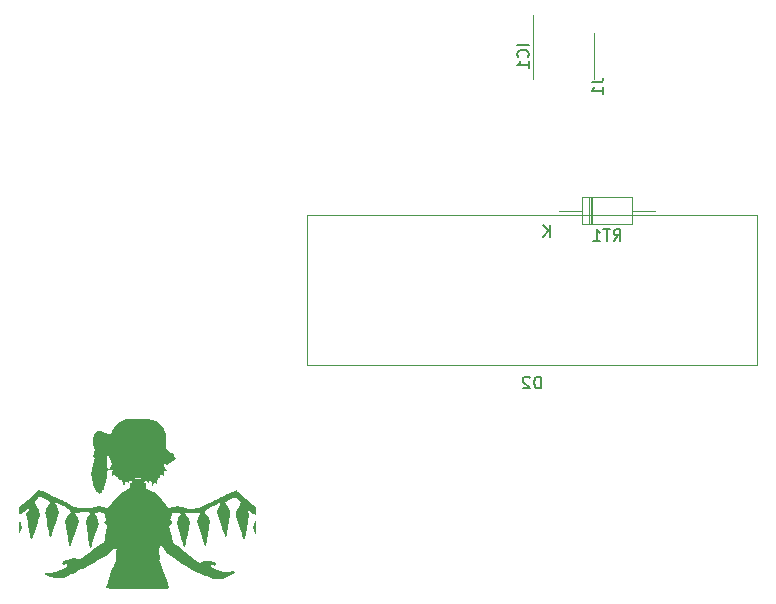
<source format=gbr>
G04 #@! TF.GenerationSoftware,KiCad,Pcbnew,(5.99.0-1941-g4629b701e)*
G04 #@! TF.CreationDate,2020-06-12T19:14:52+08:00*
G04 #@! TF.ProjectId,Keyboar-layout,4b657962-6f61-4722-9d6c-61796f75742e,rev?*
G04 #@! TF.SameCoordinates,Original*
G04 #@! TF.FileFunction,Legend,Bot*
G04 #@! TF.FilePolarity,Positive*
%FSLAX46Y46*%
G04 Gerber Fmt 4.6, Leading zero omitted, Abs format (unit mm)*
G04 Created by KiCad (PCBNEW (5.99.0-1941-g4629b701e)) date 2020-06-12 19:14:52*
%MOMM*%
%LPD*%
G01*
G04 APERTURE LIST*
%ADD10C,0.150000*%
%ADD11C,0.120000*%
G04 APERTURE END LIST*
D10*
X189333095Y-93797380D02*
X189333095Y-92797380D01*
X189095000Y-92797380D01*
X188952142Y-92845000D01*
X188856904Y-92940238D01*
X188809285Y-93035476D01*
X188761666Y-93225952D01*
X188761666Y-93368809D01*
X188809285Y-93559285D01*
X188856904Y-93654523D01*
X188952142Y-93749761D01*
X189095000Y-93797380D01*
X189333095Y-93797380D01*
X188380714Y-92892619D02*
X188333095Y-92845000D01*
X188237857Y-92797380D01*
X187999761Y-92797380D01*
X187904523Y-92845000D01*
X187856904Y-92892619D01*
X187809285Y-92987857D01*
X187809285Y-93083095D01*
X187856904Y-93225952D01*
X188428333Y-93797380D01*
X187809285Y-93797380D01*
X195492619Y-81312380D02*
X195825952Y-80836190D01*
X196064047Y-81312380D02*
X196064047Y-80312380D01*
X195683095Y-80312380D01*
X195587857Y-80360000D01*
X195540238Y-80407619D01*
X195492619Y-80502857D01*
X195492619Y-80645714D01*
X195540238Y-80740952D01*
X195587857Y-80788571D01*
X195683095Y-80836190D01*
X196064047Y-80836190D01*
X195206904Y-80312380D02*
X194635476Y-80312380D01*
X194921190Y-81312380D02*
X194921190Y-80312380D01*
X193778333Y-81312380D02*
X194349761Y-81312380D01*
X194064047Y-81312380D02*
X194064047Y-80312380D01*
X194159285Y-80455238D01*
X194254523Y-80550476D01*
X194349761Y-80598095D01*
X190126904Y-80992380D02*
X190126904Y-79992380D01*
X189555476Y-80992380D02*
X189984047Y-80420952D01*
X189555476Y-79992380D02*
X190126904Y-80563809D01*
X188314380Y-64682809D02*
X187314380Y-64682809D01*
X188219142Y-65730428D02*
X188266761Y-65682809D01*
X188314380Y-65539952D01*
X188314380Y-65444714D01*
X188266761Y-65301857D01*
X188171523Y-65206619D01*
X188076285Y-65159000D01*
X187885809Y-65111380D01*
X187742952Y-65111380D01*
X187552476Y-65159000D01*
X187457238Y-65206619D01*
X187362000Y-65301857D01*
X187314380Y-65444714D01*
X187314380Y-65539952D01*
X187362000Y-65682809D01*
X187409619Y-65730428D01*
X188314380Y-66682809D02*
X188314380Y-66111380D01*
X188314380Y-66397095D02*
X187314380Y-66397095D01*
X187457238Y-66301857D01*
X187552476Y-66206619D01*
X187600095Y-66111380D01*
X193635380Y-67865666D02*
X194349666Y-67865666D01*
X194492523Y-67818047D01*
X194587761Y-67722809D01*
X194635380Y-67579952D01*
X194635380Y-67484714D01*
X194635380Y-68865666D02*
X194635380Y-68294238D01*
X194635380Y-68579952D02*
X193635380Y-68579952D01*
X193778238Y-68484714D01*
X193873476Y-68389476D01*
X193921095Y-68294238D01*
G36*
X156868392Y-101626818D02*
G01*
X156856741Y-101728097D01*
X156841252Y-101838884D01*
X156827006Y-101882582D01*
X156809357Y-101869166D01*
X156783653Y-101808608D01*
X156743198Y-101732352D01*
X156682688Y-101684005D01*
X156632000Y-101701776D01*
X156608675Y-101787754D01*
X156605288Y-101895499D01*
X156547995Y-101770376D01*
X156545828Y-101765645D01*
X156513960Y-101700360D01*
X156497073Y-101690562D01*
X156489651Y-101745555D01*
X156486177Y-101874645D01*
X156478957Y-101987139D01*
X156462427Y-102033788D01*
X156438925Y-102003454D01*
X156410561Y-101899114D01*
X156379440Y-101723749D01*
X156366041Y-101649951D01*
X156345186Y-101580984D01*
X156328770Y-101578578D01*
X156326780Y-101583962D01*
X156299293Y-101598838D01*
X156280314Y-101572264D01*
X156574512Y-101572264D01*
X156576045Y-101591941D01*
X156612063Y-101624399D01*
X156619572Y-101621793D01*
X156642477Y-101568467D01*
X156649613Y-101467995D01*
X156649237Y-101454373D01*
X156644384Y-101368303D01*
X156633693Y-101357826D01*
X156632069Y-101362181D01*
X156612063Y-101415860D01*
X156589830Y-101494312D01*
X156574512Y-101572264D01*
X156280314Y-101572264D01*
X156255034Y-101536870D01*
X156226775Y-101489216D01*
X156205660Y-101481847D01*
X156189566Y-101535485D01*
X156171113Y-101661049D01*
X156154648Y-101775320D01*
X156138585Y-101837417D01*
X156118235Y-101837360D01*
X156086109Y-101786173D01*
X156050510Y-101705502D01*
X156029633Y-101613972D01*
X156027654Y-101582649D01*
X156008498Y-101547140D01*
X155956258Y-101562049D01*
X155855291Y-101628694D01*
X155833974Y-101644543D01*
X155759830Y-101723688D01*
X155760299Y-101783169D01*
X155836126Y-101815737D01*
X155875641Y-101823107D01*
X155927975Y-101852606D01*
X155937931Y-101917825D01*
X155912851Y-102040247D01*
X155903924Y-102076318D01*
X155889495Y-102171400D01*
X155911865Y-102230184D01*
X155980386Y-102286813D01*
X156041106Y-102324492D01*
X156173031Y-102393525D01*
X156320109Y-102460227D01*
X156595457Y-102592426D01*
X156841423Y-102757993D01*
X157061178Y-102967414D01*
X157277604Y-103239307D01*
X157364633Y-103359421D01*
X157490226Y-103529872D01*
X157601112Y-103677232D01*
X157680516Y-103779027D01*
X157810545Y-103939177D01*
X158181008Y-103845659D01*
X158338620Y-103807022D01*
X158469579Y-103781140D01*
X158566702Y-103774916D01*
X158655131Y-103787077D01*
X158760010Y-103816351D01*
X158941985Y-103870022D01*
X159269542Y-103949992D01*
X159567294Y-103993901D01*
X159848884Y-103999556D01*
X160127953Y-103964764D01*
X160418143Y-103887333D01*
X160733098Y-103765070D01*
X161086458Y-103595783D01*
X161491866Y-103377278D01*
X161496422Y-103374734D01*
X161710911Y-103261065D01*
X161969966Y-103132761D01*
X162241356Y-103005370D01*
X162492851Y-102894438D01*
X162543175Y-102873101D01*
X162768604Y-102775924D01*
X162983832Y-102680832D01*
X163166572Y-102597772D01*
X163294535Y-102536689D01*
X163411950Y-102480477D01*
X163520392Y-102434493D01*
X163579834Y-102416845D01*
X163582511Y-102417417D01*
X163633016Y-102452788D01*
X163731578Y-102536711D01*
X163868342Y-102660308D01*
X164033456Y-102814700D01*
X164217066Y-102991009D01*
X164412235Y-103178193D01*
X164602831Y-103356292D01*
X164774152Y-103511865D01*
X164912891Y-103632833D01*
X165005741Y-103707111D01*
X165203852Y-103849048D01*
X165203852Y-104552130D01*
X165077737Y-104472280D01*
X165064925Y-104463979D01*
X164962595Y-104391940D01*
X164826168Y-104289906D01*
X164681514Y-104177147D01*
X164635032Y-104140419D01*
X164520782Y-104053255D01*
X164441246Y-103997259D01*
X164411406Y-103983189D01*
X164420365Y-104009491D01*
X164458236Y-104093375D01*
X164515675Y-104210277D01*
X164553664Y-104292441D01*
X164601319Y-104424220D01*
X164619944Y-104520211D01*
X164618856Y-104543563D01*
X164606538Y-104651418D01*
X164582507Y-104815968D01*
X164549270Y-105023310D01*
X164509337Y-105259541D01*
X164465216Y-105510757D01*
X164419415Y-105763055D01*
X164374442Y-106002533D01*
X164332805Y-106215287D01*
X164297013Y-106387413D01*
X164269575Y-106505008D01*
X164252997Y-106554170D01*
X164228700Y-106566267D01*
X164173708Y-106537250D01*
X164162100Y-106516228D01*
X164123004Y-106422496D01*
X164065695Y-106270104D01*
X163994798Y-106072763D01*
X163914938Y-105844178D01*
X163830739Y-105598059D01*
X163746826Y-105348112D01*
X163667824Y-105108047D01*
X163598357Y-104891571D01*
X163543049Y-104712392D01*
X163506526Y-104584218D01*
X163493411Y-104520757D01*
X163494175Y-104502993D01*
X163517334Y-104379918D01*
X163564856Y-104225197D01*
X163626025Y-104067075D01*
X163690129Y-103933799D01*
X163746453Y-103853616D01*
X163797959Y-103787713D01*
X163827498Y-103696178D01*
X163840928Y-103631130D01*
X163894945Y-103537555D01*
X163918330Y-103509556D01*
X163935077Y-103462507D01*
X163909918Y-103402669D01*
X163836534Y-103304878D01*
X163803486Y-103264331D01*
X163698373Y-103144127D01*
X163606170Y-103049294D01*
X163501663Y-102951858D01*
X163059819Y-103171493D01*
X162891132Y-103259294D01*
X162749219Y-103340951D01*
X162653246Y-103405205D01*
X162617974Y-103442986D01*
X162618750Y-103450411D01*
X162651215Y-103521439D01*
X162716647Y-103612742D01*
X162743457Y-103646278D01*
X162852017Y-103811612D01*
X162945253Y-103996483D01*
X163010489Y-104173004D01*
X163035051Y-104313289D01*
X163030739Y-104373993D01*
X163014631Y-104509939D01*
X162988837Y-104698818D01*
X162955738Y-104925573D01*
X162917715Y-105175146D01*
X162877150Y-105432481D01*
X162836424Y-105682519D01*
X162797918Y-105910203D01*
X162764012Y-106100475D01*
X162737088Y-106238278D01*
X162719528Y-106308553D01*
X162711137Y-106329774D01*
X162690771Y-106370502D01*
X162669304Y-106386681D01*
X162643558Y-106371495D01*
X162610355Y-106318125D01*
X162566514Y-106219756D01*
X162508858Y-106069571D01*
X162434208Y-105860752D01*
X162339384Y-105586483D01*
X162221207Y-105239948D01*
X161900787Y-104297765D01*
X161993672Y-104014202D01*
X161994379Y-104012048D01*
X162048811Y-103861029D01*
X162102431Y-103736343D01*
X162143728Y-103664793D01*
X162190402Y-103592617D01*
X162190187Y-103526523D01*
X162126051Y-103501246D01*
X162075522Y-103511676D01*
X161956237Y-103557226D01*
X161797349Y-103630345D01*
X161617263Y-103721603D01*
X161434379Y-103821565D01*
X161267100Y-103920798D01*
X161133828Y-104009870D01*
X161022249Y-104102624D01*
X160932860Y-104221282D01*
X160925144Y-104324361D01*
X160998998Y-104412168D01*
X161005874Y-104417545D01*
X161068172Y-104493220D01*
X161144911Y-104618488D01*
X161221080Y-104769211D01*
X161356116Y-105065285D01*
X161184071Y-106094176D01*
X161145767Y-106319238D01*
X161099146Y-106582332D01*
X161056890Y-106809117D01*
X161021226Y-106988084D01*
X160994379Y-107107720D01*
X160978578Y-107156515D01*
X160971050Y-107163037D01*
X160951000Y-107167536D01*
X160927653Y-107147827D01*
X160897787Y-107096038D01*
X160858178Y-107004299D01*
X160805602Y-106864739D01*
X160736834Y-106669487D01*
X160648652Y-106410672D01*
X160537832Y-106080423D01*
X160207948Y-105093590D01*
X160310874Y-104787940D01*
X160319761Y-104761808D01*
X160374101Y-104612018D01*
X160422139Y-104494722D01*
X160454366Y-104433413D01*
X160456601Y-104430686D01*
X160474787Y-104398748D01*
X160462795Y-104374925D01*
X160409990Y-104356953D01*
X160305737Y-104342568D01*
X160139400Y-104329506D01*
X159900344Y-104315506D01*
X159685688Y-104305986D01*
X159488459Y-104304426D01*
X159356394Y-104314398D01*
X159279818Y-104336224D01*
X159187266Y-104385756D01*
X159290312Y-104481305D01*
X159357275Y-104565838D01*
X159437304Y-104700674D01*
X159511548Y-104854947D01*
X159629739Y-105133040D01*
X159428773Y-106141855D01*
X159366343Y-106451462D01*
X159307519Y-106731111D01*
X159259374Y-106941532D01*
X159219801Y-107089575D01*
X159186695Y-107182089D01*
X159157952Y-107225926D01*
X159131466Y-107227935D01*
X159105132Y-107194966D01*
X159092253Y-107162777D01*
X159056631Y-107056745D01*
X159004047Y-106890716D01*
X158938175Y-106676525D01*
X158862686Y-106426009D01*
X158781252Y-106151006D01*
X158493885Y-105172292D01*
X158590911Y-104876073D01*
X158593631Y-104867843D01*
X158654603Y-104709999D01*
X158721237Y-104576139D01*
X158779586Y-104494470D01*
X158780022Y-104494063D01*
X158836013Y-104414259D01*
X158815029Y-104355134D01*
X158721299Y-104318354D01*
X158559048Y-104305581D01*
X158332506Y-104318481D01*
X158071833Y-104345118D01*
X158071833Y-104482856D01*
X158071832Y-104483304D01*
X158050314Y-104618883D01*
X157998844Y-104751528D01*
X157982659Y-104780750D01*
X157949648Y-104857583D01*
X157966587Y-104909815D01*
X158040552Y-104975440D01*
X158116819Y-105046132D01*
X158146931Y-105115955D01*
X158110309Y-105189892D01*
X158004698Y-105287578D01*
X157854148Y-105411674D01*
X157962266Y-105776275D01*
X157969687Y-105801723D01*
X158028477Y-106029143D01*
X158082029Y-106275730D01*
X158119561Y-106492402D01*
X158168738Y-106843929D01*
X158380958Y-106979708D01*
X158449862Y-107027332D01*
X158584559Y-107126857D01*
X158763270Y-107263052D01*
X158974552Y-107427092D01*
X159206959Y-107610151D01*
X159449047Y-107803403D01*
X159661067Y-107973213D01*
X159878457Y-108145996D01*
X160069200Y-108296212D01*
X160223743Y-108416387D01*
X160332538Y-108499046D01*
X160386033Y-108536715D01*
X160423366Y-108552649D01*
X160505640Y-108551346D01*
X160623331Y-108502434D01*
X160645501Y-108491660D01*
X160766308Y-108450869D01*
X160921361Y-108429157D01*
X161134844Y-108422757D01*
X161369245Y-108434049D01*
X161574940Y-108468028D01*
X161729534Y-108520775D01*
X161824962Y-108588334D01*
X161853158Y-108666747D01*
X161806056Y-108752057D01*
X161775519Y-108778135D01*
X161710992Y-108794702D01*
X161610727Y-108766822D01*
X161507544Y-108737726D01*
X161432088Y-108751249D01*
X161408450Y-108821441D01*
X161438462Y-108905295D01*
X161537038Y-108990827D01*
X161709072Y-109077216D01*
X161959398Y-109167500D01*
X162167004Y-109229324D01*
X162515049Y-109305754D01*
X162812863Y-109330309D01*
X163069412Y-109304091D01*
X163102942Y-109297269D01*
X163268379Y-109278282D01*
X163373564Y-109294737D01*
X163410421Y-109345648D01*
X163404404Y-109363228D01*
X163343570Y-109426671D01*
X163230880Y-109509887D01*
X163083292Y-109601979D01*
X162917763Y-109692053D01*
X162751251Y-109769210D01*
X162555643Y-109837361D01*
X162303910Y-109897603D01*
X162051026Y-109933871D01*
X161822691Y-109942653D01*
X161644600Y-109920439D01*
X161576963Y-109899249D01*
X161431329Y-109846599D01*
X161250624Y-109776162D01*
X161059224Y-109697231D01*
X160941593Y-109648018D01*
X160726264Y-109560889D01*
X160523713Y-109482178D01*
X160365757Y-109424400D01*
X160307460Y-109403265D01*
X160164178Y-109343068D01*
X160001184Y-109262768D01*
X159810437Y-109157652D01*
X159583898Y-109023008D01*
X159313527Y-108854124D01*
X158991282Y-108646286D01*
X158609124Y-108394783D01*
X158589193Y-108381561D01*
X158263453Y-108160757D01*
X158001098Y-107971410D01*
X157793019Y-107805074D01*
X157630103Y-107653304D01*
X157503241Y-107507655D01*
X157403321Y-107359680D01*
X157321233Y-107200935D01*
X157296343Y-107146661D01*
X157242754Y-107036557D01*
X157209151Y-106989666D01*
X157185422Y-106996208D01*
X157161454Y-107046402D01*
X157158817Y-107052991D01*
X157112061Y-107167970D01*
X157058827Y-107296648D01*
X157047909Y-107324363D01*
X157025302Y-107408487D01*
X157017902Y-107510058D01*
X157025245Y-107650682D01*
X157046864Y-107851964D01*
X157059232Y-107966598D01*
X157070999Y-108122850D01*
X157072796Y-108233920D01*
X157063881Y-108281085D01*
X157060185Y-108283879D01*
X157046405Y-108349039D01*
X157071568Y-108476430D01*
X157133178Y-108656961D01*
X157228738Y-108881542D01*
X157245800Y-108918933D01*
X157452696Y-109405069D01*
X157627395Y-109878050D01*
X157760173Y-110311702D01*
X157785882Y-110408648D01*
X157825594Y-110562978D01*
X157852965Y-110675591D01*
X157863189Y-110727108D01*
X157859590Y-110728737D01*
X157795773Y-110734088D01*
X157657581Y-110739116D01*
X157451993Y-110743738D01*
X157185988Y-110747874D01*
X156866547Y-110751441D01*
X156500648Y-110754358D01*
X156095271Y-110756543D01*
X155657395Y-110757914D01*
X155194000Y-110758389D01*
X155054973Y-110758342D01*
X154598380Y-110757518D01*
X154169365Y-110755733D01*
X153774906Y-110753078D01*
X153421983Y-110749642D01*
X153117576Y-110745516D01*
X152868665Y-110740790D01*
X152682230Y-110735555D01*
X152565251Y-110729899D01*
X152524706Y-110723914D01*
X152531927Y-110686618D01*
X152557864Y-110582400D01*
X152598234Y-110430561D01*
X152648369Y-110249038D01*
X152697334Y-110080680D01*
X152827660Y-109686038D01*
X152982713Y-109290362D01*
X153174998Y-108860688D01*
X153237020Y-108722780D01*
X153296724Y-108558742D01*
X153328193Y-108407666D01*
X153340550Y-108235072D01*
X153350609Y-108052114D01*
X153370484Y-107825059D01*
X153395360Y-107615204D01*
X153396679Y-107605719D01*
X153415384Y-107432229D01*
X153418990Y-107305275D01*
X153408732Y-107233922D01*
X153385849Y-107227235D01*
X153351575Y-107294278D01*
X153337423Y-107329261D01*
X153302822Y-107364538D01*
X153247392Y-107332690D01*
X153199401Y-107302829D01*
X153162980Y-107321741D01*
X153113149Y-107420240D01*
X152980293Y-107580543D01*
X152781376Y-107758438D01*
X152523687Y-107947622D01*
X152214516Y-108141792D01*
X151857561Y-108349759D01*
X151489433Y-108561521D01*
X151181030Y-108735308D01*
X150926285Y-108874422D01*
X150719131Y-108982166D01*
X150553502Y-109061840D01*
X150423333Y-109116747D01*
X150270096Y-109183101D01*
X150071412Y-109280538D01*
X149853254Y-109395839D01*
X149641322Y-109515885D01*
X149596977Y-109541859D01*
X149338315Y-109683621D01*
X149118139Y-109781354D01*
X148913417Y-109842178D01*
X148701116Y-109873211D01*
X148458204Y-109881572D01*
X148344143Y-109875718D01*
X148147064Y-109846256D01*
X147941967Y-109797015D01*
X147743885Y-109733670D01*
X147567853Y-109661899D01*
X147428904Y-109587376D01*
X147342071Y-109515777D01*
X147322390Y-109452778D01*
X147365426Y-109426283D01*
X147489600Y-109406188D01*
X147691454Y-109396501D01*
X147723952Y-109395724D01*
X147916819Y-109384667D01*
X148096736Y-109365005D01*
X148228475Y-109340417D01*
X148294199Y-109320437D01*
X148465097Y-109254802D01*
X148654676Y-109168198D01*
X148843652Y-109070867D01*
X149012741Y-108973051D01*
X149142658Y-108884993D01*
X149214119Y-108816934D01*
X149253359Y-108738346D01*
X149246749Y-108669266D01*
X149175851Y-108647495D01*
X149045845Y-108677332D01*
X148949892Y-108706943D01*
X148882497Y-108704460D01*
X148825085Y-108661536D01*
X148782958Y-108609974D01*
X148789022Y-108562560D01*
X148850469Y-108489531D01*
X148897274Y-108444018D01*
X148981673Y-108384425D01*
X149093502Y-108334949D01*
X149251120Y-108288126D01*
X149472885Y-108236490D01*
X149532772Y-108223905D01*
X149711881Y-108195782D01*
X149864090Y-108193523D01*
X150029909Y-108215608D01*
X150085700Y-108225779D01*
X150165722Y-108237530D01*
X150236788Y-108237726D01*
X150309802Y-108220992D01*
X150395670Y-108181955D01*
X150505298Y-108115239D01*
X150649591Y-108015472D01*
X150839453Y-107877280D01*
X151085790Y-107695288D01*
X151340910Y-107509206D01*
X151613088Y-107315594D01*
X151871822Y-107136191D01*
X152099530Y-106983182D01*
X152278630Y-106868750D01*
X152284004Y-106865428D01*
X152339567Y-106821179D01*
X152373942Y-106759715D01*
X152394947Y-106658978D01*
X152410396Y-106496913D01*
X152414109Y-106455783D01*
X152440480Y-106263564D01*
X152481535Y-106037702D01*
X152531132Y-105807316D01*
X152583126Y-105601523D01*
X152631376Y-105449439D01*
X152633111Y-105443736D01*
X152606877Y-105378405D01*
X152506202Y-105301590D01*
X152503074Y-105299733D01*
X152396433Y-105213786D01*
X152357875Y-105129254D01*
X152365289Y-105079451D01*
X152396528Y-105044432D01*
X152399036Y-105044198D01*
X152443858Y-105005845D01*
X152496374Y-104921769D01*
X152530460Y-104844019D01*
X152529222Y-104784990D01*
X152478575Y-104727620D01*
X152426542Y-104651144D01*
X152399583Y-104500980D01*
X152392199Y-104397614D01*
X152355766Y-104346206D01*
X152269247Y-104319760D01*
X152204735Y-104310211D01*
X152058414Y-104298333D01*
X151898984Y-104293693D01*
X151887757Y-104293729D01*
X151715380Y-104307546D01*
X151616321Y-104344869D01*
X151593342Y-104403616D01*
X151649209Y-104481708D01*
X151673130Y-104511431D01*
X151728986Y-104617172D01*
X151789069Y-104763732D01*
X151843819Y-104924366D01*
X151883680Y-105072328D01*
X151899091Y-105180874D01*
X151899082Y-105181349D01*
X151886525Y-105238123D01*
X151852860Y-105360827D01*
X151802144Y-105536237D01*
X151738433Y-105751128D01*
X151665783Y-105992276D01*
X151588251Y-106246456D01*
X151509893Y-106500444D01*
X151434765Y-106741015D01*
X151366923Y-106954945D01*
X151310424Y-107129010D01*
X151269323Y-107249986D01*
X151247678Y-107304647D01*
X151236619Y-107319364D01*
X151209473Y-107326105D01*
X151180773Y-107286682D01*
X151148950Y-107195008D01*
X151112436Y-107044993D01*
X151069664Y-106830550D01*
X151019066Y-106545591D01*
X150959074Y-106184028D01*
X150785080Y-105111714D01*
X150922731Y-104809659D01*
X150936835Y-104779400D01*
X151013725Y-104633790D01*
X151087715Y-104520731D01*
X151144521Y-104462573D01*
X151191789Y-104423402D01*
X151204898Y-104355618D01*
X151198703Y-104344336D01*
X151159564Y-104319504D01*
X151077906Y-104303975D01*
X150940130Y-104295966D01*
X150732633Y-104293693D01*
X150602925Y-104294707D01*
X150395737Y-104300078D01*
X150215099Y-104309028D01*
X150089440Y-104320378D01*
X150022529Y-104330103D01*
X149943986Y-104348492D01*
X149927355Y-104374178D01*
X149958584Y-104417602D01*
X149960281Y-104419539D01*
X150005979Y-104496300D01*
X150063591Y-104624760D01*
X150121071Y-104778185D01*
X150219721Y-105068230D01*
X149887181Y-106088597D01*
X149808396Y-106327362D01*
X149720611Y-106586249D01*
X149641904Y-106810826D01*
X149576328Y-106989799D01*
X149527934Y-107111871D01*
X149500775Y-107165749D01*
X149498637Y-107167989D01*
X149476035Y-107187587D01*
X149456181Y-107189740D01*
X149437144Y-107166325D01*
X149416997Y-107109216D01*
X149393810Y-107010287D01*
X149365655Y-106861413D01*
X149330603Y-106654470D01*
X149286725Y-106381331D01*
X149232093Y-106033872D01*
X149073890Y-105023578D01*
X149214693Y-104722510D01*
X149229280Y-104691994D01*
X149307392Y-104547078D01*
X149381968Y-104434664D01*
X149438623Y-104376954D01*
X149488187Y-104331918D01*
X149521751Y-104232312D01*
X149521397Y-104222948D01*
X149501442Y-104165107D01*
X149442765Y-104098146D01*
X149334081Y-104011396D01*
X149164106Y-103894190D01*
X149132364Y-103873291D01*
X148929739Y-103748832D01*
X148725678Y-103636680D01*
X148537788Y-103545482D01*
X148383676Y-103483883D01*
X148280946Y-103460528D01*
X148280408Y-103460520D01*
X148235574Y-103488719D01*
X148236826Y-103552845D01*
X148283611Y-103619928D01*
X148289077Y-103625439D01*
X148330273Y-103697237D01*
X148382501Y-103821846D01*
X148435819Y-103976004D01*
X148533227Y-104286600D01*
X148254204Y-105155581D01*
X148204737Y-105309493D01*
X148102594Y-105625706D01*
X148021380Y-105873725D01*
X147958187Y-106061572D01*
X147910107Y-106197272D01*
X147874231Y-106288848D01*
X147847651Y-106344325D01*
X147827459Y-106371728D01*
X147810746Y-106379078D01*
X147809489Y-106379069D01*
X147786543Y-106373110D01*
X147765638Y-106349836D01*
X147744549Y-106299961D01*
X147721050Y-106214200D01*
X147692915Y-106083268D01*
X147657919Y-105897882D01*
X147613835Y-105648755D01*
X147558438Y-105326604D01*
X147529122Y-105155898D01*
X147483469Y-104893797D01*
X147442863Y-104665174D01*
X147409507Y-104482224D01*
X147385604Y-104357140D01*
X147373356Y-104302118D01*
X147377264Y-104260149D01*
X147412279Y-104157891D01*
X147471591Y-104020989D01*
X147544889Y-103870393D01*
X147621858Y-103727054D01*
X147692188Y-103611922D01*
X147745565Y-103545948D01*
X147783467Y-103509759D01*
X147811530Y-103451697D01*
X147788794Y-103391228D01*
X147708582Y-103321250D01*
X147564212Y-103234662D01*
X147349006Y-103124363D01*
X146886278Y-102896484D01*
X146741816Y-103063315D01*
X146721606Y-103086691D01*
X146599885Y-103231161D01*
X146526925Y-103330082D01*
X146495923Y-103397442D01*
X146500073Y-103447228D01*
X146532572Y-103493426D01*
X146566768Y-103549765D01*
X146575846Y-103655617D01*
X146574006Y-103722590D01*
X146636109Y-103789021D01*
X146678170Y-103831947D01*
X146742838Y-103938436D01*
X146811481Y-104081083D01*
X146873561Y-104235516D01*
X146918538Y-104377360D01*
X146935872Y-104482243D01*
X146932894Y-104504538D01*
X146908100Y-104603416D01*
X146861994Y-104760645D01*
X146799192Y-104962456D01*
X146724309Y-105195079D01*
X146641962Y-105444744D01*
X146556766Y-105697681D01*
X146473337Y-105940119D01*
X146396292Y-106158289D01*
X146330245Y-106338420D01*
X146279813Y-106466743D01*
X146249613Y-106529486D01*
X146205945Y-106573358D01*
X146163369Y-106579756D01*
X146157898Y-106570389D01*
X146135128Y-106495455D01*
X146106319Y-106366415D01*
X146076382Y-106204452D01*
X146061841Y-106118877D01*
X146027544Y-105919758D01*
X145985023Y-105675188D01*
X145938319Y-105408373D01*
X145891473Y-105142519D01*
X145764968Y-104427306D01*
X145922041Y-104141534D01*
X145970021Y-104053720D01*
X146023801Y-103950137D01*
X146040408Y-103903270D01*
X146022350Y-103902992D01*
X145972134Y-103939177D01*
X145754282Y-104109206D01*
X145556387Y-104261854D01*
X145410418Y-104368289D01*
X145308519Y-104430709D01*
X145242837Y-104451316D01*
X145205517Y-104432310D01*
X145188705Y-104375890D01*
X145184546Y-104284257D01*
X145185187Y-104159610D01*
X145186226Y-103814054D01*
X145463790Y-103605515D01*
X145536809Y-103548003D01*
X145691081Y-103417929D01*
X145876788Y-103254078D01*
X146076756Y-103071703D01*
X146273814Y-102886057D01*
X146425541Y-102742220D01*
X146584534Y-102595612D01*
X146715512Y-102479344D01*
X146807935Y-102402744D01*
X146851260Y-102375138D01*
X146855262Y-102375505D01*
X146920846Y-102397651D01*
X147035368Y-102447283D01*
X147176733Y-102514912D01*
X147322149Y-102584593D01*
X147522105Y-102676350D01*
X147746677Y-102776503D01*
X147969287Y-102873043D01*
X147981758Y-102878382D01*
X148223381Y-102987718D01*
X148501324Y-103122176D01*
X148782203Y-103265204D01*
X149032635Y-103400252D01*
X149124966Y-103451795D01*
X149411290Y-103607756D01*
X149645906Y-103726541D01*
X149843735Y-103813502D01*
X150019697Y-103873993D01*
X150188710Y-103913364D01*
X150365695Y-103936968D01*
X150565571Y-103950157D01*
X150711055Y-103955459D01*
X150896666Y-103954662D01*
X151063478Y-103939880D01*
X151244348Y-103907644D01*
X151472132Y-103854487D01*
X151939635Y-103738996D01*
X152242598Y-103828791D01*
X152262693Y-103834705D01*
X152416458Y-103877169D01*
X152541409Y-103907141D01*
X152612137Y-103918455D01*
X152620078Y-103916419D01*
X152679844Y-103870448D01*
X152775570Y-103773101D01*
X152895834Y-103636576D01*
X153029214Y-103473071D01*
X153218394Y-103233825D01*
X153369507Y-103047815D01*
X153492579Y-102906378D01*
X153599227Y-102798828D01*
X153701068Y-102714482D01*
X153809719Y-102642654D01*
X153936797Y-102572660D01*
X154093919Y-102493816D01*
X154251142Y-102414250D01*
X154403791Y-102332557D01*
X154514949Y-102267990D01*
X154567724Y-102229956D01*
X154588225Y-102171087D01*
X154564105Y-102047128D01*
X154549674Y-102000285D01*
X154537217Y-101881348D01*
X154572452Y-101815203D01*
X154651595Y-101812018D01*
X154698022Y-101819673D01*
X154739634Y-101795006D01*
X154735522Y-101740735D01*
X154690677Y-101678677D01*
X154610092Y-101630648D01*
X154531858Y-101607444D01*
X154492641Y-101619314D01*
X154484969Y-101682179D01*
X154472499Y-101776454D01*
X154434275Y-101806975D01*
X154375723Y-101759300D01*
X154364598Y-101744954D01*
X154328680Y-101712968D01*
X154317795Y-101749522D01*
X154316136Y-101758623D01*
X154290126Y-101752752D01*
X154243480Y-101686960D01*
X154172161Y-101561837D01*
X154156040Y-101791230D01*
X154139920Y-102020622D01*
X154086257Y-101853791D01*
X154032595Y-101686960D01*
X154026097Y-101853791D01*
X154024960Y-101881405D01*
X154018538Y-101964344D01*
X154006479Y-101973376D01*
X153983430Y-101916353D01*
X153975782Y-101893478D01*
X153939271Y-101772506D01*
X153901700Y-101634826D01*
X153879356Y-101558818D01*
X153836756Y-101474178D01*
X153795745Y-101471479D01*
X153757518Y-101551410D01*
X153744482Y-101592024D01*
X153724222Y-101617403D01*
X153698890Y-101569178D01*
X153674195Y-101528098D01*
X153628332Y-101506616D01*
X153619342Y-101506079D01*
X153583252Y-101459795D01*
X153557637Y-101386632D01*
X154884119Y-101386632D01*
X154949630Y-101411020D01*
X155095499Y-101435083D01*
X155266506Y-101442510D01*
X155428295Y-101432406D01*
X155546511Y-101403878D01*
X155552395Y-101401226D01*
X155597095Y-101377478D01*
X155598550Y-101362181D01*
X155546721Y-101353512D01*
X155431565Y-101349648D01*
X155243043Y-101348765D01*
X155134236Y-101349559D01*
X154971753Y-101355892D01*
X154887557Y-101368336D01*
X154884119Y-101386632D01*
X153557637Y-101386632D01*
X153549617Y-101363725D01*
X153525138Y-101287816D01*
X153487472Y-101219787D01*
X153455667Y-101202387D01*
X153442276Y-101249029D01*
X153435542Y-101285500D01*
X153403971Y-101289484D01*
X153359624Y-101238501D01*
X153317153Y-101144760D01*
X153309158Y-101121613D01*
X153270869Y-101034218D01*
X153240930Y-100998903D01*
X153236428Y-101000041D01*
X153191547Y-101041448D01*
X153129468Y-101123906D01*
X153089767Y-101179122D01*
X153028854Y-101239632D01*
X152998108Y-101232204D01*
X153004141Y-101155187D01*
X153011541Y-101122174D01*
X153035810Y-101002968D01*
X153062113Y-100863233D01*
X153097845Y-100665121D01*
X152662070Y-100665121D01*
X152635657Y-100977578D01*
X152613734Y-101153521D01*
X152574885Y-101359674D01*
X152529690Y-101530205D01*
X152479540Y-101692828D01*
X152415616Y-101943213D01*
X152373228Y-102168896D01*
X152357875Y-102343824D01*
X152352082Y-102408268D01*
X152328863Y-102441432D01*
X152297931Y-102415596D01*
X152270250Y-102342627D01*
X152256781Y-102234392D01*
X152248756Y-102132462D01*
X152233013Y-102106747D01*
X152212573Y-102150747D01*
X152190457Y-102257957D01*
X152169686Y-102421876D01*
X152167038Y-102446939D01*
X152148132Y-102576789D01*
X152127317Y-102656171D01*
X152108638Y-102668724D01*
X152068234Y-102626205D01*
X152011537Y-102640040D01*
X151953106Y-102737203D01*
X151902853Y-102854776D01*
X151900972Y-102740080D01*
X151888255Y-102661411D01*
X151857383Y-102625384D01*
X151854273Y-102625012D01*
X151825165Y-102582165D01*
X151810185Y-102489834D01*
X151804694Y-102354284D01*
X151773967Y-102500261D01*
X151767715Y-102528305D01*
X151748288Y-102592295D01*
X151737750Y-102590115D01*
X151712159Y-102518329D01*
X151657736Y-102423284D01*
X151603522Y-102324721D01*
X151528417Y-102142547D01*
X151456322Y-101925654D01*
X151395258Y-101701275D01*
X151353249Y-101496642D01*
X151338316Y-101338988D01*
X151338493Y-101262950D01*
X151333288Y-101178146D01*
X151317269Y-101158054D01*
X151286182Y-101190556D01*
X151261078Y-101223892D01*
X151236187Y-101239908D01*
X151232098Y-101184012D01*
X151237386Y-101127690D01*
X151258905Y-100994979D01*
X151293097Y-100815426D01*
X151335746Y-100608690D01*
X151382640Y-100394434D01*
X151429563Y-100192317D01*
X151472301Y-100022001D01*
X151480754Y-99992743D01*
X152614538Y-99992743D01*
X152616322Y-100183446D01*
X152626667Y-100345131D01*
X152626831Y-100346653D01*
X152645647Y-100485731D01*
X152666329Y-100584114D01*
X152684430Y-100620591D01*
X152768126Y-100596782D01*
X152880856Y-100497416D01*
X152959697Y-100328351D01*
X152972851Y-100283140D01*
X152991400Y-100200790D01*
X152992937Y-100124635D01*
X152974055Y-100033730D01*
X152931349Y-99907129D01*
X152861412Y-99723887D01*
X152808567Y-99594040D01*
X152747850Y-99462133D01*
X152701214Y-99380747D01*
X152675847Y-99363827D01*
X152671325Y-99372730D01*
X152649710Y-99463016D01*
X152632317Y-99610879D01*
X152620231Y-99794671D01*
X152614538Y-99992743D01*
X151480754Y-99992743D01*
X151506641Y-99903146D01*
X151537960Y-99804836D01*
X151551805Y-99727176D01*
X151533426Y-99678068D01*
X151480082Y-99629251D01*
X151448283Y-99601670D01*
X151411443Y-99540404D01*
X151434507Y-99466432D01*
X151451414Y-99428581D01*
X151490661Y-99310404D01*
X151526231Y-99170106D01*
X151547282Y-99048555D01*
X151545312Y-98939474D01*
X151510492Y-98843669D01*
X151484383Y-98783977D01*
X151433455Y-98574416D01*
X151415423Y-98325300D01*
X151429421Y-98063640D01*
X151474582Y-97816448D01*
X151550041Y-97610737D01*
X151568356Y-97578223D01*
X151690800Y-97452548D01*
X151858419Y-97395241D01*
X152066506Y-97408148D01*
X152121417Y-97421656D01*
X152278804Y-97474638D01*
X152407335Y-97535872D01*
X152419533Y-97543019D01*
X152551705Y-97597772D01*
X152678649Y-97620302D01*
X152682208Y-97620321D01*
X152781610Y-97633035D01*
X152837514Y-97662166D01*
X152862831Y-97690007D01*
X152915766Y-97699163D01*
X152941816Y-97651739D01*
X152941817Y-97651686D01*
X152958798Y-97589589D01*
X153003177Y-97477096D01*
X153065361Y-97338523D01*
X153088981Y-97290544D01*
X153290058Y-96986117D01*
X153550845Y-96737873D01*
X153866272Y-96549778D01*
X154231270Y-96425803D01*
X154330481Y-96411192D01*
X154510580Y-96398815D01*
X154743437Y-96391430D01*
X155012570Y-96388792D01*
X155301495Y-96390657D01*
X155593729Y-96396781D01*
X155872788Y-96406919D01*
X156122190Y-96420825D01*
X156325450Y-96438257D01*
X156466086Y-96458968D01*
X156753889Y-96558075D01*
X157025466Y-96732591D01*
X157254088Y-96970423D01*
X157429316Y-97262859D01*
X157448374Y-97305887D01*
X157562881Y-97650393D01*
X157626711Y-98017666D01*
X157636861Y-98380691D01*
X157590332Y-98712453D01*
X157589150Y-98766937D01*
X157635195Y-98884851D01*
X157728498Y-99012750D01*
X157851834Y-99132372D01*
X157987980Y-99225455D01*
X158119710Y-99273737D01*
X158221339Y-99296723D01*
X158269545Y-99336656D01*
X158280371Y-99412756D01*
X158299639Y-99502432D01*
X158363787Y-99601574D01*
X158419564Y-99659215D01*
X158447202Y-99704824D01*
X158442592Y-99713721D01*
X158391051Y-99766245D01*
X158295556Y-99850087D01*
X158172693Y-99951716D01*
X158039050Y-100057603D01*
X157950357Y-100124635D01*
X157911215Y-100154218D01*
X157805773Y-100228030D01*
X157787632Y-100239836D01*
X157712659Y-100281575D01*
X157666399Y-100274897D01*
X157614090Y-100217980D01*
X157542489Y-100129557D01*
X157469271Y-100215069D01*
X157456810Y-100230667D01*
X157424229Y-100307766D01*
X157440922Y-100397807D01*
X157511961Y-100514115D01*
X157642414Y-100670012D01*
X157721105Y-100759373D01*
X157760200Y-100813379D01*
X157750534Y-100828915D01*
X157696463Y-100817902D01*
X157673427Y-100811615D01*
X157528033Y-100772040D01*
X157445539Y-100758474D01*
X157409305Y-100778607D01*
X157402691Y-100840130D01*
X157409057Y-100950733D01*
X157412003Y-101092269D01*
X157399720Y-101172816D01*
X157369842Y-101175635D01*
X157321060Y-101102989D01*
X157274400Y-101031459D01*
X157234762Y-100998783D01*
X157219960Y-101009783D01*
X157177596Y-101077440D01*
X157127114Y-101186311D01*
X157086086Y-101276893D01*
X157034708Y-101357403D01*
X157000108Y-101367624D01*
X156987432Y-101303249D01*
X156980267Y-101263636D01*
X156945390Y-101274388D01*
X156942513Y-101277874D01*
X156917155Y-101346419D01*
X156891283Y-101467995D01*
X156890686Y-101470801D01*
X156868392Y-101626818D01*
G37*
G36*
X165199440Y-105586632D02*
G01*
X165200949Y-106233101D01*
X164979819Y-105588255D01*
X165088875Y-105264209D01*
X165197931Y-104940162D01*
X165199440Y-105586632D01*
G37*
G36*
X145301116Y-105244241D02*
G01*
X145342939Y-105383117D01*
X145368730Y-105509300D01*
X145366744Y-105620355D01*
X145335773Y-105747086D01*
X145274608Y-105920294D01*
X145205002Y-106107978D01*
X145192711Y-105828276D01*
X145188568Y-105674242D01*
X145188056Y-105450705D01*
X145192711Y-105244368D01*
X145205002Y-104940162D01*
X145301116Y-105244241D01*
G37*
D11*
X169545000Y-79105000D02*
X169545000Y-91805000D01*
X207645000Y-79105000D02*
X169545000Y-79105000D01*
X207645000Y-91805000D02*
X207645000Y-79105000D01*
X169545000Y-91805000D02*
X207645000Y-91805000D01*
X193425000Y-79860000D02*
X193425000Y-77620000D01*
X193665000Y-79860000D02*
X193665000Y-77620000D01*
X193545000Y-79860000D02*
X193545000Y-77620000D01*
X198985000Y-78740000D02*
X197065000Y-78740000D01*
X190905000Y-78740000D02*
X192825000Y-78740000D01*
X197065000Y-79860000D02*
X192825000Y-79860000D01*
X197065000Y-77620000D02*
X197065000Y-79860000D01*
X192825000Y-77620000D02*
X197065000Y-77620000D01*
X192825000Y-79860000D02*
X192825000Y-77620000D01*
X188702000Y-65659000D02*
X188702000Y-62209000D01*
X188702000Y-65659000D02*
X188702000Y-67609000D01*
X193822000Y-65659000D02*
X193822000Y-63709000D01*
X193822000Y-65659000D02*
X193822000Y-67609000D01*
M02*

</source>
